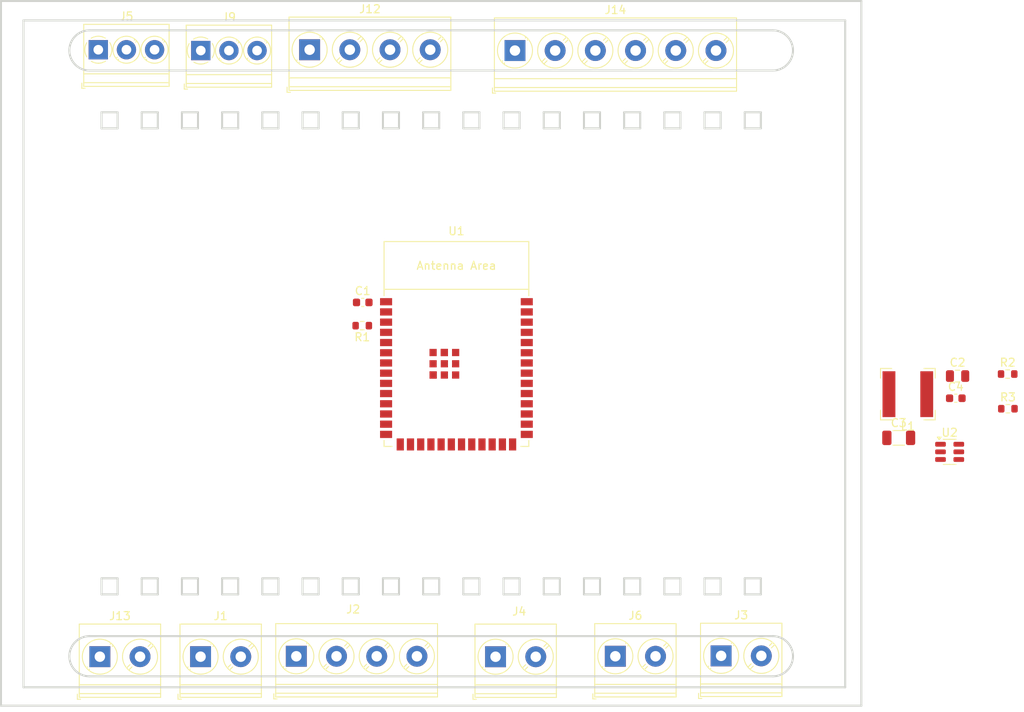
<source format=kicad_pcb>
(kicad_pcb (version 20241229) (generator "pcbnew") (generator_version "9.0")
  (layers (0 "F.Cu" signal) (2 "B.Cu" signal) (13 "F.Paste" user) (15 "B.Paste" user) (5 "F.SilkS" user "F.Silkscreen") (7 "B.SilkS" user "B.Silkscreen") (1 "F.Mask" user) (3 "B.Mask" user) (25 "Edge.Cuts" user))
  (net 0 "")
  (net 1 "GND")
  (net 2 "Net-(U1-EN)")
  (net 9 "/Board_ZorionX/NPN_in_1")
  (net 10 "/Board_ZorionX/NPN_IN_2")
  (net 11 "/Board_ZorionX/A010_IN1")
  (net 12 "/Board_ZorionX/A032_in1")
  (net 13 "/Board_ZorionX/A420_in1")
  (net 14 "VCC")
  (net 15 "/Board_ZorionX/D_IN1")
  (net 16 "/Board_ZorionX/D_IN_2")
  (net 17 "/Board_ZorionX/RS485-B")
  (net 18 "/Board_ZorionX/RS485-A")
  (net 19 "/Board_ZorionX/RUN{slash}Stop")
  (net 20 "/Board_ZorionX/AOUT_010_1")
  (net 21 "/Board_ZorionX/AOUT_420_1")
  (net 22 "/Board_ZorionX/DOUT_PNP_1")
  (net 23 "/Board_ZorionX/DOUT_NPN_1")
  (net 24 "/Board_ZorionX/DOUT_PNP_2")
  (net 25 "/Board_ZorionX/DOUT_NPN_2")
  (net 26 "/Board_ZorionX/PNP_IN_2")
  (net 27 "/Board_ZorionX/PNP_in_1")
  (net 28 "/Board_ZorionX/RLY1_CD")
  (net 29 "/Board_ZorionX/RLY2_NCD")
  (net 30 "/Board_ZorionX/RLY1_NOD")
  (net 31 "/Board_ZorionX/RLY2_NOD")
  (net 32 "/Board_ZorionX/RLY2_CD")
  (net 33 "/Board_ZorionX/RLY1_NCD")
  (net 36 "+3.3V")
  (net 55 "/Board_ZorionX/Driver_RS485/UART_OUT")
  (net 71 "/Board_ZorionX/Driver_RS485/UART_R_IN")
  (footprint "TerminalBlock_Phoenix:TerminalBlock_Phoenix_PT-1,5-2-5.0-H_1x02_P5.00mm_Horizontal" (layer "F.Cu") (at 117.2512 151.13)
    (property "Reference" "J6" (at 2.5 -5.06 0) (layer "F.SilkS"))
    (property "Value" "Screw_Terminal_01x02")
    (pad "1" thru_hole rect (at 0 0) (size 2.6 2.6) (drill 1.3) (layers "*.Cu" "*.Mask") (net 19 "/Board_ZorionX/RUN{slash}Stop"))
    (pad "2" thru_hole circle (at 5 0) (size 2.6 2.6) (drill 1.3) (layers "*.Cu" "*.Mask") (net 1 "GND"))
  )
  (footprint "TerminalBlock_Phoenix:TerminalBlock_Phoenix_PT-1,5-2-5.0-H_1x02_P5.00mm_Horizontal" (layer "F.Cu") (at 130.4084 151.0792)
    (property "Reference" "J3" (at 2.5 -5.06 0) (layer "F.SilkS"))
    (property "Value" "Screw_Terminal_01x02")
    (pad "1" thru_hole rect (at 0 0) (size 2.6 2.6) (drill 1.3) (layers "*.Cu" "*.Mask") (net 14 "VCC"))
    (pad "2" thru_hole circle (at 5 0) (size 2.6 2.6) (drill 1.3) (layers "*.Cu" "*.Mask") (net 1 "GND"))
  )
  (footprint "TerminalBlock_Phoenix:TerminalBlock_Phoenix_PT-1,5-2-5.0-H_1x02_P5.00mm_Horizontal" (layer "F.Cu") (at 53.1416 151.1808)
    (property "Reference" "J13" (at 2.5 -5.06 0) (layer "F.SilkS"))
    (property "Value" "Screw_Terminal_01x02")
    (pad "1" thru_hole rect (at 0 0) (size 2.6 2.6) (drill 1.3) (layers "*.Cu" "*.Mask") (net 26 "/Board_ZorionX/PNP_IN_2"))
    (pad "2" thru_hole circle (at 5 0) (size 2.6 2.6) (drill 1.3) (layers "*.Cu" "*.Mask") (net 27 "/Board_ZorionX/PNP_in_1"))
  )
  (footprint "Package_TO_SOT_SMD:TSOT-23-6" (layer "F.Cu") (at 158.832 125.6908)
    (property "Reference" "U2" (at 0 -2.4 0) (layer "F.SilkS"))
    (property "Value" "AP63203WU")
    (pad "1" smd roundrect (at -1.1375 -0.95) (size 1.325 0.6) (layers "F.Cu" "F.Mask" "F.Paste"))
    (pad "2" smd roundrect (at -1.1375 0) (size 1.325 0.6) (layers "F.Cu" "F.Mask" "F.Paste"))
    (pad "3" smd roundrect (at -1.1375 0.95) (size 1.325 0.6) (layers "F.Cu" "F.Mask" "F.Paste"))
    (pad "4" smd roundrect (at 1.1375 0.95) (size 1.325 0.6) (layers "F.Cu" "F.Mask" "F.Paste"))
    (pad "5" smd roundrect (at 1.1375 0) (size 1.325 0.6) (layers "F.Cu" "F.Mask" "F.Paste"))
    (pad "6" smd roundrect (at 1.1375 -0.95) (size 1.325 0.6) (layers "F.Cu" "F.Mask" "F.Paste"))
  )
  (footprint "TerminalBlock_Phoenix:TerminalBlock_Phoenix_PT-1,5-2-5.0-H_1x02_P5.00mm_Horizontal" (layer "F.Cu") (at 102.356 151.1888)
    (property "Reference" "J4" (at 2.9464 -5.6388 0) (layer "F.SilkS"))
    (property "Value" "Screw_Terminal_01x02")
    (pad "1" thru_hole rect (at 0 0) (size 2.6 2.6) (drill 1.3) (layers "*.Cu" "*.Mask") (net 15 "/Board_ZorionX/D_IN1"))
    (pad "2" thru_hole circle (at 5 0) (size 2.6 2.6) (drill 1.3) (layers "*.Cu" "*.Mask") (net 16 "/Board_ZorionX/D_IN_2"))
  )
  (footprint "TerminalBlock_Phoenix:TerminalBlock_Phoenix_PT-1,5-3-3.5-H_1x03_P3.50mm_Horizontal" (layer "F.Cu") (at 52.9488 75.6412)
    (property "Reference" "J5" (at 3.5 -4.16 0) (layer "F.SilkS"))
    (property "Value" "Screw_Terminal_01x03")
    (pad "1" thru_hole rect (at 0 0) (size 2.4 2.4) (drill 1.2) (layers "*.Cu" "*.Mask") (net 17 "/Board_ZorionX/RS485-B"))
    (pad "2" thru_hole circle (at 3.5 0) (size 2.4 2.4) (drill 1.2) (layers "*.Cu" "*.Mask") (net 18 "/Board_ZorionX/RS485-A"))
    (pad "3" thru_hole circle (at 7 0) (size 2.4 2.4) (drill 1.2) (layers "*.Cu" "*.Mask") (net 1 "GND"))
  )
  (footprint "Capacitor_SMD:C_0603_1608Metric" (layer "F.Cu") (at 85.837 107.0908)
    (property "Reference" "C1" (at 0 -1.43 0) (layer "F.SilkS"))
    (property "Value" "1uf")
    (pad "1" smd roundrect (at -0.775 0) (size 0.9 0.95) (layers "F.Cu" "F.Mask" "F.Paste") (net 2 "Net-(U1-EN)"))
    (pad "2" smd roundrect (at 0.775 0) (size 0.9 0.95) (layers "F.Cu" "F.Mask" "F.Paste") (net 1 "GND"))
  )
  (footprint "Resistor_SMD:R_0603_1608Metric" (layer "F.Cu") (at 85.777 109.9808 180)
    (property "Reference" "R1" (at 0 -1.43 0) (layer "F.SilkS"))
    (property "Value" "R_US")
    (pad "1" smd roundrect (at -0.825 0 180) (size 0.8 0.95) (layers "F.Cu" "F.Mask" "F.Paste") (net 36 "+3.3V"))
    (pad "2" smd roundrect (at 0.825 0 180) (size 0.8 0.95) (layers "F.Cu" "F.Mask" "F.Paste") (net 2 "Net-(U1-EN)"))
  )
  (footprint "Resistor_SMD:R_0603_1608Metric" (layer "F.Cu") (at 166.047 116.0058)
    (property "Reference" "R2" (at 0 -1.43 0) (layer "F.SilkS"))
    (property "Value" "R_US")
    (pad "1" smd roundrect (at -0.825 0) (size 0.8 0.95) (layers "F.Cu" "F.Mask" "F.Paste"))
    (pad "2" smd roundrect (at 0.825 0) (size 0.8 0.95) (layers "F.Cu" "F.Mask" "F.Paste"))
  )
  (footprint "Resistor_SMD:R_0603_1608Metric" (layer "F.Cu") (at 166.077 120.3208)
    (property "Reference" "R3" (at 0 -1.43 0) (layer "F.SilkS"))
    (property "Value" "R_US")
    (pad "1" smd roundrect (at -0.825 0) (size 0.8 0.95) (layers "F.Cu" "F.Mask" "F.Paste"))
    (pad "2" smd roundrect (at 0.825 0) (size 0.8 0.95) (layers "F.Cu" "F.Mask" "F.Paste"))
  )
  (footprint "Capacitor_SMD:C_0603_1608Metric" (layer "F.Cu") (at 159.597 119.0158)
    (property "Reference" "C4" (at 0 -1.43 0) (layer "F.SilkS"))
    (property "Value" "100nf")
    (pad "1" smd roundrect (at -0.775 0) (size 0.9 0.95) (layers "F.Cu" "F.Mask" "F.Paste"))
    (pad "2" smd roundrect (at 0.775 0) (size 0.9 0.95) (layers "F.Cu" "F.Mask" "F.Paste"))
  )
  (footprint "Inductor_SMD:L_Bourns-SRN6028" (layer "F.Cu") (at 153.632 118.5108)
    (property "Reference" "L1" (at 0 4 0) (layer "F.SilkS"))
    (property "Value" "L_Iron")
    (pad "1" smd rect (at -2.35 0) (size 1.6 5.7) (layers "F.Cu" "F.Mask" "F.Paste"))
    (pad "2" smd rect (at 2.35 0) (size 1.6 5.7) (layers "F.Cu" "F.Mask" "F.Paste"))
  )
  (footprint "TerminalBlock_Phoenix:TerminalBlock_Phoenix_PT-1,5-3-3.5-H_1x03_P3.50mm_Horizontal" (layer "F.Cu") (at 65.6944 75.7428)
    (property "Reference" "J9" (at 3.5 -4.16 0) (layer "F.SilkS"))
    (property "Value" "Screw_Terminal_01x03")
    (pad "1" thru_hole rect (at 0 0) (size 2.4 2.4) (drill 1.2) (layers "*.Cu" "*.Mask") (net 21 "/Board_ZorionX/AOUT_420_1"))
    (pad "2" thru_hole circle (at 3.5 0) (size 2.4 2.4) (drill 1.2) (layers "*.Cu" "*.Mask") (net 20 "/Board_ZorionX/AOUT_010_1"))
    (pad "3" thru_hole circle (at 7 0) (size 2.4 2.4) (drill 1.2) (layers "*.Cu" "*.Mask") (net 1 "GND"))
  )
  (footprint "TerminalBlock_Phoenix:TerminalBlock_Phoenix_PT-1,5-4-5.0-H_1x04_P5.00mm_Horizontal" (layer "F.Cu") (at 79.2312 75.6412)
    (property "Reference" "J12" (at 7.5 -5.06 0) (layer "F.SilkS"))
    (property "Value" "Screw_Terminal_01x04")
    (pad "1" thru_hole rect (at 0 0) (size 2.6 2.6) (drill 1.3) (layers "*.Cu" "*.Mask") (net 23 "/Board_ZorionX/DOUT_NPN_1"))
    (pad "2" thru_hole circle (at 5 0) (size 2.6 2.6) (drill 1.3) (layers "*.Cu" "*.Mask") (net 25 "/Board_ZorionX/DOUT_NPN_2"))
    (pad "3" thru_hole circle (at 10 0) (size 2.6 2.6) (drill 1.3) (layers "*.Cu" "*.Mask") (net 22 "/Board_ZorionX/DOUT_PNP_1"))
    (pad "4" thru_hole circle (at 15 0) (size 2.6 2.6) (drill 1.3) (layers "*.Cu" "*.Mask") (net 24 "/Board_ZorionX/DOUT_PNP_2"))
  )
  (footprint "TerminalBlock_Phoenix:TerminalBlock_Phoenix_PT-1,5-4-5.0-H_1x04_P5.00mm_Horizontal" (layer "F.Cu") (at 77.5764 151.13)
    (property "Reference" "J2" (at 7.0752 -5.842 0) (layer "F.SilkS"))
    (property "Value" "Screw_Terminal_01x04")
    (pad "1" thru_hole rect (at 0 0) (size 2.6 2.6) (drill 1.3) (layers "*.Cu" "*.Mask") (net 11 "/Board_ZorionX/A010_IN1"))
    (pad "2" thru_hole circle (at 5 0) (size 2.6 2.6) (drill 1.3) (layers "*.Cu" "*.Mask") (net 13 "/Board_ZorionX/A420_in1"))
    (pad "3" thru_hole circle (at 10 0) (size 2.6 2.6) (drill 1.3) (layers "*.Cu" "*.Mask") (net 12 "/Board_ZorionX/A032_in1"))
    (pad "4" thru_hole circle (at 15 0) (size 2.6 2.6) (drill 1.3) (layers "*.Cu" "*.Mask") (net 1 "GND"))
  )
  (footprint "TerminalBlock_Phoenix:TerminalBlock_Phoenix_PT-1,5-2-5.0-H_1x02_P5.00mm_Horizontal" (layer "F.Cu") (at 65.6676 151.1808)
    (property "Reference" "J1" (at 2.5 -5.06 0) (layer "F.SilkS"))
    (property "Value" "Screw_Terminal_01x02")
    (pad "1" thru_hole rect (at 0 0) (size 2.6 2.6) (drill 1.3) (layers "*.Cu" "*.Mask") (net 10 "/Board_ZorionX/NPN_IN_2"))
    (pad "2" thru_hole circle (at 5 0) (size 2.6 2.6) (drill 1.3) (layers "*.Cu" "*.Mask") (net 9 "/Board_ZorionX/NPN_in_1"))
  )
  (footprint "Capacitor_SMD:C_0805_2012Metric" (layer "F.Cu") (at 159.817 116.2558)
    (property "Reference" "C2" (at 0 -1.68 0) (layer "F.SilkS"))
    (property "Value" "22uf")
    (pad "1" smd roundrect (at -0.95 0) (size 1 1.45) (layers "F.Cu" "F.Mask" "F.Paste"))
    (pad "2" smd roundrect (at 0.95 0) (size 1 1.45) (layers "F.Cu" "F.Mask" "F.Paste"))
  )
  (footprint "PCM_Espressif:ESP32-S3-WROOM-1" (layer "F.Cu") (at 97.49 115.2652)
    (property "Reference" "U1" (at 0 -17.05 0) (layer "F.SilkS"))
    (property "Value" "ESP32-S3-WROOM-1")
    (fp_text user "Antenna Area" (at 0 -12.75 0) (layer "F.SilkS"))
    (pad "1" smd rect (at -8.75 -8.26) (size 1.5 0.9) (layers "F.Cu" "F.Mask" "F.Paste") (net 1 "GND"))
    (pad "2" smd rect (at -8.75 -6.99) (size 1.5 0.9) (layers "F.Cu" "F.Mask" "F.Paste") (net 36 "+3.3V"))
    (pad "3" smd rect (at -8.75 -5.72) (size 1.5 0.9) (layers "F.Cu" "F.Mask" "F.Paste") (net 2 "Net-(U1-EN)"))
    (pad "4" smd rect (at -8.75 -4.45) (size 1.5 0.9) (layers "F.Cu" "F.Mask" "F.Paste"))
    (pad "5" smd rect (at -8.75 -3.18) (size 1.5 0.9) (layers "F.Cu" "F.Mask" "F.Paste"))
    (pad "6" smd rect (at -8.75 -1.91) (size 1.5 0.9) (layers "F.Cu" "F.Mask" "F.Paste"))
    (pad "7" smd rect (at -8.75 -0.64) (size 1.5 0.9) (layers "F.Cu" "F.Mask" "F.Paste"))
    (pad "8" smd rect (at -8.75 0.63) (size 1.5 0.9) (layers "F.Cu" "F.Mask" "F.Paste"))
    (pad "9" smd rect (at -8.75 1.9) (size 1.5 0.9) (layers "F.Cu" "F.Mask" "F.Paste"))
    (pad "10" smd rect (at -8.75 3.17) (size 1.5 0.9) (layers "F.Cu" "F.Mask" "F.Paste"))
    (pad "11" smd rect (at -8.75 4.44) (size 1.5 0.9) (layers "F.Cu" "F.Mask" "F.Paste"))
    (pad "12" smd rect (at -8.75 5.71) (size 1.5 0.9) (layers "F.Cu" "F.Mask" "F.Paste"))
    (pad "13" smd rect (at -8.75 6.98) (size 1.5 0.9) (layers "F.Cu" "F.Mask" "F.Paste"))
    (pad "14" smd rect (at -8.75 8.25) (size 1.5 0.9) (layers "F.Cu" "F.Mask" "F.Paste"))
    (pad "15" smd rect (at -6.985 9.5 90) (size 1.5 0.9) (layers "F.Cu" "F.Mask" "F.Paste"))
    (pad "16" smd rect (at -5.715 9.5 90) (size 1.5 0.9) (layers "F.Cu" "F.Mask" "F.Paste"))
    (pad "17" smd rect (at -4.445 9.5 90) (size 1.5 0.9) (layers "F.Cu" "F.Mask" "F.Paste"))
    (pad "18" smd rect (at -3.175 9.5 90) (size 1.5 0.9) (layers "F.Cu" "F.Mask" "F.Paste"))
    (pad "19" smd rect (at -1.905 9.5 90) (size 1.5 0.9) (layers "F.Cu" "F.Mask" "F.Paste"))
    (pad "20" smd rect (at -0.635 9.5 90) (size 1.5 0.9) (layers "F.Cu" "F.Mask" "F.Paste"))
    (pad "21" smd rect (at 0.635 9.5 90) (size 1.5 0.9) (layers "F.Cu" "F.Mask" "F.Paste"))
    (pad "22" smd rect (at 1.905 9.5 90) (size 1.5 0.9) (layers "F.Cu" "F.Mask" "F.Paste"))
    (pad "23" smd rect (at 3.175 9.5 90) (size 1.5 0.9) (layers "F.Cu" "F.Mask" "F.Paste"))
    (pad "24" smd rect (at 4.445 9.5 90) (size 1.5 0.9) (layers "F.Cu" "F.Mask" "F.Paste"))
    (pad "25" smd rect (at 5.715 9.5 90) (size 1.5 0.9) (layers "F.Cu" "F.Mask" "F.Paste"))
    (pad "26" smd rect (at 6.985 9.5 90) (size 1.5 0.9) (layers "F.Cu" "F.Mask" "F.Paste"))
    (pad "27" smd rect (at 8.75 8.25 180) (size 1.5 0.9) (layers "F.Cu" "F.Mask" "F.Paste"))
    (pad "28" smd rect (at 8.75 6.98 180) (size 1.5 0.9) (layers "F.Cu" "F.Mask" "F.Paste"))
    (pad "29" smd rect (at 8.75 5.71 180) (size 1.5 0.9) (layers "F.Cu" "F.Mask" "F.Paste"))
    (pad "30" smd rect (at 8.75 4.44 180) (size 1.5 0.9) (layers "F.Cu" "F.Mask" "F.Paste"))
    (pad "31" smd rect (at 8.75 3.17 180) (size 1.5 0.9) (layers "F.Cu" "F.Mask" "F.Paste"))
    (pad "32" smd rect (at 8.75 1.9 180) (size 1.5 0.9) (layers "F.Cu" "F.Mask" "F.Paste"))
    (pad "33" smd rect (at 8.75 0.63 180) (size 1.5 0.9) (layers "F.Cu" "F.Mask" "F.Paste"))
    (pad "34" smd rect (at 8.75 -0.64 180) (size 1.5 0.9) (layers "F.Cu" "F.Mask" "F.Paste"))
    (pad "35" smd rect (at 8.75 -1.91 180) (size 1.5 0.9) (layers "F.Cu" "F.Mask" "F.Paste"))
    (pad "36" smd rect (at 8.75 -3.18 180) (size 1.5 0.9) (layers "F.Cu" "F.Mask" "F.Paste") (net 55 "/Board_ZorionX/Driver_RS485/UART_OUT"))
    (pad "37" smd rect (at 8.75 -4.45 180) (size 1.5 0.9) (layers "F.Cu" "F.Mask" "F.Paste") (net 71 "/Board_ZorionX/Driver_RS485/UART_R_IN"))
    (pad "38" smd rect (at 8.75 -5.72 180) (size 1.5 0.9) (layers "F.Cu" "F.Mask" "F.Paste"))
    (pad "39" smd rect (at 8.75 -6.99 180) (size 1.5 0.9) (layers "F.Cu" "F.Mask" "F.Paste"))
    (pad "40" smd rect (at 8.75 -8.26 180) (size 1.5 0.9) (layers "F.Cu" "F.Mask" "F.Paste") (net 1 "GND"))
    (pad "41" smd rect (at -2.9 -1.94 180) (size 0.9 0.9) (layers "F.Cu" "F.Mask" "F.Paste") (net 1 "GND"))
    (pad "41" smd rect (at -2.9 -0.54 180) (size 0.9 0.9) (layers "F.Cu" "F.Mask" "F.Paste") (net 1 "GND"))
    (pad "41" smd rect (at -2.9 0.86 180) (size 0.9 0.9) (layers "F.Cu" "F.Mask" "F.Paste") (net 1 "GND"))
    (pad "41" smd rect (at -2.9 0.86 180) (size 0.9 0.9) (layers "F.Cu" "F.Mask" "F.Paste") (net 1 "GND"))
    (pad "41" smd rect (at -1.5 -1.94 180) (size 0.9 0.9) (layers "F.Cu" "F.Mask" "F.Paste") (net 1 "GND"))
    (pad "41" smd rect (at -1.5 -1.94 180) (size 0.9 0.9) (layers "F.Cu" "F.Mask" "F.Paste") (net 1 "GND"))
    (pad "41" smd rect (at -1.5 -0.54 180) (size 0.9 0.9) (layers "F.Cu" "F.Mask" "F.Paste") (net 1 "GND"))
    (pad "41" smd rect (at -1.5 0.86 180) (size 0.9 0.9) (layers "F.Cu" "F.Mask" "F.Paste") (net 1 "GND"))
    (pad "41" smd rect (at -0.1 -1.94 180) (size 0.9 0.9) (layers "F.Cu" "F.Mask" "F.Paste") (net 1 "GND"))
    (pad "41" smd rect (at -0.1 -0.54 180) (size 0.9 0.9) (layers "F.Cu" "F.Mask" "F.Paste") (net 1 "GND"))
    (pad "41" smd rect (at -0.1 0.86 180) (size 0.9 0.9) (layers "F.Cu" "F.Mask" "F.Paste") (net 1 "GND"))
  )
  (footprint "Capacitor_SMD:C_1206_3216Metric" (layer "F.Cu") (at 152.497 123.9458)
    (property "Reference" "C3" (at 0 -1.85 0) (layer "F.SilkS"))
    (property "Value" "10mf")
    (pad "1" smd roundrect (at -1.475 0) (size 1.15 1.8) (layers "F.Cu" "F.Mask" "F.Paste") (roundrect_rratio 0.217391))
    (pad "2" smd roundrect (at 1.475 0) (size 1.15 1.8) (layers "F.Cu" "F.Mask" "F.Paste") (roundrect_rratio 0.217391))
  )
  (footprint "TerminalBlock_Phoenix:TerminalBlock_Phoenix_PT-1,5-6-5.0-H_1x06_P5.00mm_Horizontal" (layer "F.Cu") (at 104.7696 75.7428)
    (property "Reference" "J14" (at 12.5 -5.06 0) (layer "F.SilkS"))
    (property "Value" "Screw_Terminal_01x06")
    (pad "1" thru_hole rect (at 0 0) (size 2.6 2.6) (drill 1.3) (layers "*.Cu" "*.Mask") (net 33 "/Board_ZorionX/RLY1_NCD"))
    (pad "2" thru_hole circle (at 5 0) (size 2.6 2.6) (drill 1.3) (layers "*.Cu" "*.Mask") (net 28 "/Board_ZorionX/RLY1_CD"))
    (pad "3" thru_hole circle (at 10 0) (size 2.6 2.6) (drill 1.3) (layers "*.Cu" "*.Mask") (net 30 "/Board_ZorionX/RLY1_NOD"))
    (pad "4" thru_hole circle (at 15 0) (size 2.6 2.6) (drill 1.3) (layers "*.Cu" "*.Mask") (net 29 "/Board_ZorionX/RLY2_NCD"))
    (pad "5" thru_hole circle (at 20 0) (size 2.6 2.6) (drill 1.3) (layers "*.Cu" "*.Mask") (net 32 "/Board_ZorionX/RLY2_CD"))
    (pad "6" thru_hole circle (at 25 0) (size 2.6 2.6) (drill 1.3) (layers "*.Cu" "*.Mask") (net 31 "/Board_ZorionX/RLY2_NOD"))
  )
  (gr_line (start 103.348 85.4268) (end 105.348 85.4268) (stroke (width 0.25)) (layer "Edge.Cuts"))
  (gr_line (start 95.348 83.4268) (end 93.348 83.4268) (stroke (width 0.25)) (layer "Edge.Cuts"))
  (gr_line (start 70.348 85.4268) (end 70.348 83.4268) (stroke (width 0.25)) (layer "Edge.Cuts"))
  (gr_line (start 73.348 83.4268) (end 73.348 85.4268) (stroke (width 0.25)) (layer "Edge.Cuts"))
  (gr_line (start 73.348 85.4268) (end 75.348 85.4268) (stroke (width 0.25)) (layer "Edge.Cuts"))
  (gr_line (start 70.348 141.4268) (end 68.348 141.4268) (stroke (width 0.25)) (layer "Edge.Cuts"))
  (gr_line (start 110.348 83.4268) (end 108.348 83.4268) (stroke (width 0.25)) (layer "Edge.Cuts"))
  (gr_line (start 120.348 85.4268) (end 120.348 83.4268) (stroke (width 0.25)) (layer "Edge.Cuts"))
  (gr_line (start 103.348 141.4268) (end 103.348 143.4268) (stroke (width 0.25)) (layer "Edge.Cuts"))
  (gr_line (start 115.348 143.4268) (end 115.348 141.4268) (stroke (width 0.25)) (layer "Edge.Cuts"))
  (gr_line (start 120.348 83.4268) (end 118.348 83.4268) (stroke (width 0.25)) (layer "Edge.Cuts"))
  (gr_line (start 120.348 143.4268) (end 120.348 141.4268) (stroke (width 0.25)) (layer "Edge.Cuts"))
  (gr_line (start 110.348 143.4268) (end 110.348 141.4268) (stroke (width 0.25)) (layer "Edge.Cuts"))
  (gr_line (start 113.348 143.4268) (end 115.348 143.4268) (stroke (width 0.25)) (layer "Edge.Cuts"))
  (gr_line (start 135.348 83.4268) (end 133.348 83.4268) (stroke (width 0.25)) (layer "Edge.Cuts"))
  (gr_line (start 75.348 143.4268) (end 75.348 141.4268) (stroke (width 0.25)) (layer "Edge.Cuts"))
  (gr_line (start 133.348 83.4268) (end 133.348 85.4268) (stroke (width 0.25)) (layer "Edge.Cuts"))
  (gr_line (start 90.348 85.4268) (end 90.348 83.4268) (stroke (width 0.25)) (layer "Edge.Cuts"))
  (gr_line (start 70.348 143.4268) (end 70.348 141.4268) (stroke (width 0.25)) (layer "Edge.Cuts"))
  (gr_line (start 93.348 83.4268) (end 93.348 85.4268) (stroke (width 0.25)) (layer "Edge.Cuts"))
  (gr_line (start 70.348 83.4268) (end 68.348 83.4268) (stroke (width 0.25)) (layer "Edge.Cuts"))
  (gr_line (start 51.848 153.6268) (end 136.848 153.6268) (stroke (width 0.25)) (layer "Edge.Cuts"))
  (gr_line (start 105.348 83.4268) (end 103.348 83.4268) (stroke (width 0.25)) (layer "Edge.Cuts"))
  (gr_line (start 58.348 83.4268) (end 58.348 85.4268) (stroke (width 0.25)) (layer "Edge.Cuts"))
  (gr_line (start 136.848 148.6268) (end 51.848 148.6268) (stroke (width 0.25)) (layer "Edge.Cuts"))
  (gr_arc (start 51.848 78.2268) (mid 49.348 75.7268) (end 51.848 73.2268) (stroke (width 0.25)) (layer "Edge.Cuts"))
  (gr_line (start 100.348 85.4268) (end 100.348 83.4268) (stroke (width 0.25)) (layer "Edge.Cuts"))
  (gr_line (start 128.348 143.4268) (end 130.348 143.4268) (stroke (width 0.25)) (layer "Edge.Cuts"))
  (gr_line (start 108.348 141.4268) (end 108.348 143.4268) (stroke (width 0.25)) (layer "Edge.Cuts"))
  (gr_line (start 135.348 85.4268) (end 135.348 83.4268) (stroke (width 0.25)) (layer "Edge.Cuts"))
  (gr_line (start 75.348 141.4268) (end 73.348 141.4268) (stroke (width 0.25)) (layer "Edge.Cuts"))
  (gr_line (start 118.348 143.4268) (end 120.348 143.4268) (stroke (width 0.25)) (layer "Edge.Cuts"))
  (gr_line (start 88.348 83.4268) (end 88.348 85.4268) (stroke (width 0.25)) (layer "Edge.Cuts"))
  (gr_line (start 145.842 154.9908) (end 145.842 71.9908) (stroke (width 0.25)) (layer "Edge.Cuts"))
  (gr_line (start 133.348 143.4268) (end 135.348 143.4268) (stroke (width 0.25)) (layer "Edge.Cuts"))
  (gr_line (start 115.348 83.4268) (end 113.348 83.4268) (stroke (width 0.25)) (layer "Edge.Cuts"))
  (gr_line (start 95.348 141.4268) (end 93.348 141.4268) (stroke (width 0.25)) (layer "Edge.Cuts"))
  (gr_line (start 68.348 85.4268) (end 70.348 85.4268) (stroke (width 0.25)) (layer "Edge.Cuts"))
  (gr_line (start 108.348 143.4268) (end 110.348 143.4268) (stroke (width 0.25)) (layer "Edge.Cuts"))
  (gr_line (start 80.348 141.4268) (end 78.348 141.4268) (stroke (width 0.25)) (layer "Edge.Cuts"))
  (gr_arc (start 136.848 73.2268) (mid 139.348 75.7268) (end 136.848 78.2268) (stroke (width 0.25)) (layer "Edge.Cuts"))
  (gr_line (start 133.348 141.4268) (end 133.348 143.4268) (stroke (width 0.25)) (layer "Edge.Cuts"))
  (gr_line (start 85.348 85.4268) (end 85.348 83.4268) (stroke (width 0.25)) (layer "Edge.Cuts"))
  (gr_line (start 60.348 83.4268) (end 58.348 83.4268) (stroke (width 0.25)) (layer "Edge.Cuts"))
  (gr_line (start 115.348 141.4268) (end 113.348 141.4268) (stroke (width 0.25)) (layer "Edge.Cuts"))
  (gr_line (start 93.348 141.4268) (end 93.348 143.4268) (stroke (width 0.25)) (layer "Edge.Cuts"))
  (gr_line (start 125.348 143.4268) (end 125.348 141.4268) (stroke (width 0.25)) (layer "Edge.Cuts"))
  (gr_line (start 93.348 85.4268) (end 95.348 85.4268) (stroke (width 0.25)) (layer "Edge.Cuts"))
  (gr_line (start 58.348 85.4268) (end 60.348 85.4268) (stroke (width 0.25)) (layer "Edge.Cuts"))
  (gr_line (start 43.642 71.9908) (end 43.642 154.9908) (stroke (width 0.25)) (layer "Edge.Cuts"))
  (gr_line (start 63.348 141.4268) (end 63.348 143.4268) (stroke (width 0.25)) (layer "Edge.Cuts"))
  (gr_line (start 110.348 85.4268) (end 110.348 83.4268) (stroke (width 0.25)) (layer "Edge.Cuts"))
  (gr_line (start 103.348 143.4268) (end 105.348 143.4268) (stroke (width 0.25)) (layer "Edge.Cuts"))
  (gr_line (start 83.348 143.4268) (end 85.348 143.4268) (stroke (width 0.25)) (layer "Edge.Cuts"))
  (gr_line (start 51.848 78.2268) (end 136.848 78.2268) (stroke (width 0.25)) (layer "Edge.Cuts"))
  (gr_line (start 105.348 143.4268) (end 105.348 141.4268) (stroke (width 0.25)) (layer "Edge.Cuts"))
  (gr_line (start 105.348 141.4268) (end 103.348 141.4268) (stroke (width 0.25)) (layer "Edge.Cuts"))
  (gr_line (start 58.348 143.4268) (end 60.348 143.4268) (stroke (width 0.25)) (layer "Edge.Cuts"))
  (gr_line (start 103.348 83.4268) (end 103.348 85.4268) (stroke (width 0.25)) (layer "Edge.Cuts"))
  (gr_line (start 100.348 141.4268) (end 98.348 141.4268) (stroke (width 0.25)) (layer "Edge.Cuts"))
  (gr_line (start 98.348 85.4268) (end 100.348 85.4268) (stroke (width 0.25)) (layer "Edge.Cuts"))
  (gr_line (start 63.348 83.4268) (end 63.348 85.4268) (stroke (width 0.25)) (layer "Edge.Cuts"))
  (gr_line (start 135.348 141.4268) (end 133.348 141.4268) (stroke (width 0.25)) (layer "Edge.Cuts"))
  (gr_line (start 95.348 143.4268) (end 95.348 141.4268) (stroke (width 0.25)) (layer "Edge.Cuts"))
  (gr_line (start 125.348 141.4268) (end 123.348 141.4268) (stroke (width 0.25)) (layer "Edge.Cuts"))
  (gr_line (start 73.348 143.4268) (end 75.348 143.4268) (stroke (width 0.25)) (layer "Edge.Cuts"))
  (gr_line (start 136.848 73.2268) (end 51.848 73.2268) (stroke (width 0.25)) (layer "Edge.Cuts"))
  (gr_line (start 55.348 141.4268) (end 53.348 141.4268) (stroke (width 0.25)) (layer "Edge.Cuts"))
  (gr_line (start 93.348 143.4268) (end 95.348 143.4268) (stroke (width 0.25)) (layer "Edge.Cuts"))
  (gr_line (start 85.348 143.4268) (end 85.348 141.4268) (stroke (width 0.25)) (layer "Edge.Cuts"))
  (gr_line (start 68.348 141.4268) (end 68.348 143.4268) (stroke (width 0.25)) (layer "Edge.Cuts"))
  (gr_line (start 63.348 143.4268) (end 65.348 143.4268) (stroke (width 0.25)) (layer "Edge.Cuts"))
  (gr_line (start 125.348 83.4268) (end 123.348 83.4268) (stroke (width 0.25)) (layer "Edge.Cuts"))
  (gr_line (start 113.348 141.4268) (end 113.348 143.4268) (stroke (width 0.25)) (layer "Edge.Cuts"))
  (gr_line (start 65.348 85.4268) (end 65.348 83.4268) (stroke (width 0.25)) (layer "Edge.Cuts"))
  (gr_line (start 65.348 83.4268) (end 63.348 83.4268) (stroke (width 0.25)) (layer "Edge.Cuts"))
  (gr_line (start 60.348 141.4268) (end 58.348 141.4268) (stroke (width 0.25)) (layer "Edge.Cuts"))
  (gr_line (start 78.348 141.4268) (end 78.348 143.4268) (stroke (width 0.25)) (layer "Edge.Cuts"))
  (gr_line (start 55.348 83.4268) (end 53.348 83.4268) (stroke (width 0.25)) (layer "Edge.Cuts"))
  (gr_line (start 98.348 143.4268) (end 100.348 143.4268) (stroke (width 0.25)) (layer "Edge.Cuts"))
  (gr_line (start 63.348 85.4268) (end 65.348 85.4268) (stroke (width 0.25)) (layer "Edge.Cuts"))
  (gr_line (start 40.848 69.5768) (end 40.848 157.2768) (stroke (width 0.25)) (layer "Edge.Cuts"))
  (gr_line (start 68.348 143.4268) (end 70.348 143.4268) (stroke (width 0.25)) (layer "Edge.Cuts"))
  (gr_line (start 108.348 85.4268) (end 110.348 85.4268) (stroke (width 0.25)) (layer "Edge.Cuts"))
  (gr_line (start 60.348 85.4268) (end 60.348 83.4268) (stroke (width 0.25)) (layer "Edge.Cuts"))
  (gr_line (start 90.348 143.4268) (end 90.348 141.4268) (stroke (width 0.25)) (layer "Edge.Cuts"))
  (gr_line (start 88.348 141.4268) (end 88.348 143.4268) (stroke (width 0.25)) (layer "Edge.Cuts"))
  (gr_line (start 58.348 141.4268) (end 58.348 143.4268) (stroke (width 0.25)) (layer "Edge.Cuts"))
  (gr_line (start 118.348 83.4268) (end 118.348 85.4268) (stroke (width 0.25)) (layer "Edge.Cuts"))
  (gr_line (start 55.348 85.4268) (end 55.348 83.4268) (stroke (width 0.25)) (layer "Edge.Cuts"))
  (gr_line (start 75.348 85.4268) (end 75.348 83.4268) (stroke (width 0.25)) (layer "Edge.Cuts"))
  (gr_line (start 123.348 141.4268) (end 123.348 143.4268) (stroke (width 0.25)) (layer "Edge.Cuts"))
  (gr_line (start 113.348 85.4268) (end 115.348 85.4268) (stroke (width 0.25)) (layer "Edge.Cuts"))
  (gr_line (start 113.348 83.4268) (end 113.348 85.4268) (stroke (width 0.25)) (layer "Edge.Cuts"))
  (gr_line (start 147.848 69.5768) (end 40.848 69.5768) (stroke (width 0.25)) (layer "Edge.Cuts"))
  (gr_line (start 147.848 157.2768) (end 147.848 69.5768) (stroke (width 0.25)) (layer "Edge.Cuts"))
  (gr_line (start 123.348 143.4268) (end 125.348 143.4268) (stroke (width 0.25)) (layer "Edge.Cuts"))
  (gr_line (start 130.348 141.4268) (end 128.348 141.4268) (stroke (width 0.25)) (layer "Edge.Cuts"))
  (gr_line (start 53.348 141.4268) (end 53.348 143.4268) (stroke (width 0.25)) (layer "Edge.Cuts"))
  (gr_line (start 90.348 141.4268) (end 88.348 141.4268) (stroke (width 0.25)) (layer "Edge.Cuts"))
  (gr_line (start 100.348 143.4268) (end 100.348 141.4268) (stroke (width 0.25)) (layer "Edge.Cuts"))
  (gr_line (start 135.348 143.4268) (end 135.348 141.4268) (stroke (width 0.25)) (layer "Edge.Cuts"))
  (gr_line (start 68.348 83.4268) (end 68.348 85.4268) (stroke (width 0.25)) (layer "Edge.Cuts"))
  (gr_line (start 60.348 143.4268) (end 60.348 141.4268) (stroke (width 0.25)) (layer "Edge.Cuts"))
  (gr_line (start 80.348 143.4268) (end 80.348 141.4268) (stroke (width 0.25)) (layer "Edge.Cuts"))
  (gr_line (start 98.348 141.4268) (end 98.348 143.4268) (stroke (width 0.25)) (layer "Edge.Cuts"))
  (gr_line (start 100.348 83.4268) (end 98.348 83.4268) (stroke (width 0.25)) (layer "Edge.Cuts"))
  (gr_line (start 80.348 83.4268) (end 78.348 83.4268) (stroke (width 0.25)) (layer "Edge.Cuts"))
  (gr_line (start 53.348 85.4268) (end 55.348 85.4268) (stroke (width 0.25)) (layer "Edge.Cuts"))
  (gr_line (start 123.348 83.4268) (end 123.348 85.4268) (stroke (width 0.25)) (layer "Edge.Cuts"))
  (gr_line (start 120.348 141.4268) (end 118.348 141.4268) (stroke (width 0.25)) (layer "Edge.Cuts"))
  (gr_line (start 118.348 85.4268) (end 120.348 85.4268) (stroke (width 0.25)) (layer "Edge.Cuts"))
  (gr_line (start 65.348 141.4268) (end 63.348 141.4268) (stroke (width 0.25)) (layer "Edge.Cuts"))
  (gr_line (start 43.642 154.9908) (end 145.842 154.9908) (stroke (width 0.25)) (layer "Edge.Cuts"))
  (gr_arc (start 51.848 153.6268) (mid 49.348 151.1268) (end 51.848 148.6268) (stroke (width 0.25)) (layer "Edge.Cuts"))
  (gr_line (start 125.348 85.4268) (end 125.348 83.4268) (stroke (width 0.25)) (layer "Edge.Cuts"))
  (gr_line (start 98.348 83.4268) (end 98.348 85.4268) (stroke (width 0.25)) (layer "Edge.Cuts"))
  (gr_line (start 65.348 143.4268) (end 65.348 141.4268) (stroke (width 0.25)) (layer "Edge.Cuts"))
  (gr_line (start 88.348 143.4268) (end 90.348 143.4268) (stroke (width 0.25)) (layer "Edge.Cuts"))
  (gr_line (start 78.348 85.4268) (end 80.348 85.4268) (stroke (width 0.25)) (layer "Edge.Cuts"))
  (gr_line (start 123.348 85.4268) (end 125.348 85.4268) (stroke (width 0.25)) (layer "Edge.Cuts"))
  (gr_line (start 110.348 141.4268) (end 108.348 141.4268) (stroke (width 0.25)) (layer "Edge.Cuts"))
  (gr_line (start 85.348 141.4268) (end 83.348 141.4268) (stroke (width 0.25)) (layer "Edge.Cuts"))
  (gr_line (start 145.842 71.9908) (end 43.642 71.9908) (stroke (width 0.25)) (layer "Edge.Cuts"))
  (gr_line (start 80.348 85.4268) (end 80.348 83.4268) (stroke (width 0.25)) (layer "Edge.Cuts"))
  (gr_line (start 53.348 143.4268) (end 55.348 143.4268) (stroke (width 0.25)) (layer "Edge.Cuts"))
  (gr_line (start 55.348 143.4268) (end 55.348 141.4268) (stroke (width 0.25)) (layer "Edge.Cuts"))
  (gr_line (start 95.348 85.4268) (end 95.348 83.4268) (stroke (width 0.25)) (layer "Edge.Cuts"))
  (gr_line (start 88.348 85.4268) (end 90.348 85.4268) (stroke (width 0.25)) (layer "Edge.Cuts"))
  (gr_line (start 83.348 141.4268) (end 83.348 143.4268) (stroke (width 0.25)) (layer "Edge.Cuts"))
  (gr_line (start 118.348 141.4268) (end 118.348 143.4268) (stroke (width 0.25)) (layer "Edge.Cuts"))
  (gr_line (start 78.348 83.4268) (end 78.348 85.4268) (stroke (width 0.25)) (layer "Edge.Cuts"))
  (gr_line (start 83.348 83.4268) (end 83.348 85.4268) (stroke (width 0.25)) (layer "Edge.Cuts"))
  (gr_line (start 85.348 83.4268) (end 83.348 83.4268) (stroke (width 0.25)) (layer "Edge.Cuts"))
  (gr_line (start 128.348 83.4268) (end 128.348 85.4268) (stroke (width 0.25)) (layer "Edge.Cuts"))
  (gr_line (start 40.848 157.2768) (end 147.848 157.2768) (stroke (width 0.25)) (layer "Edge.Cuts"))
  (gr_line (start 130.348 143.4268) (end 130.348 141.4268) (stroke (width 0.25)) (layer "Edge.Cuts"))
  (gr_line (start 53.348 83.4268) (end 53.348 85.4268) (stroke (width 0.25)) (layer "Edge.Cuts"))
  (gr_line (start 105.348 85.4268) (end 105.348 83.4268) (stroke (width 0.25)) (layer "Edge.Cuts"))
  (gr_line (start 108.348 83.4268) (end 108.348 85.4268) (stroke (width 0.25)) (layer "Edge.Cuts"))
  (gr_line (start 75.348 83.4268) (end 73.348 83.4268) (stroke (width 0.25)) (layer "Edge.Cuts"))
  (gr_line (start 90.348 83.4268) (end 88.348 83.4268) (stroke (width 0.25)) (layer "Edge.Cuts"))
  (gr_arc (start 136.848 148.6268) (mid 139.348 151.1268) (end 136.848 153.6268) (stroke (width 0.25)) (layer "Edge.Cuts"))
  (gr_line (start 128.348 141.4268) (end 128.348 143.4268) (stroke (width 0.25)) (layer "Edge.Cuts"))
  (gr_line (start 83.348 85.4268) (end 85.348 85.4268) (stroke (width 0.25)) (layer "Edge.Cuts"))
  (gr_line (start 130.348 83.4268) (end 128.348 83.4268) (stroke (width 0.25)) (layer "Edge.Cuts"))
  (gr_line (start 78.348 143.4268) (end 80.348 143.4268) (stroke (width 0.25)) (layer "Edge.Cuts"))
  (gr_line (start 133.348 85.4268) (end 135.348 85.4268) (stroke (width 0.25)) (layer "Edge.Cuts"))
  (gr_line (start 128.348 85.4268) (end 130.348 85.4268) (stroke (width 0.25)) (layer "Edge.Cuts"))
  (gr_line (start 115.348 85.4268) (end 115.348 83.4268) (stroke (width 0.25)) (layer "Edge.Cuts"))
  (gr_line (start 130.348 85.4268) (end 130.348 83.4268) (stroke (width 0.25)) (layer "Edge.Cuts"))
  (gr_line (start 73.348 141.4268) (end 73.348 143.4268) (stroke (width 0.25)) (layer "Edge.Cuts"))
)
</source>
